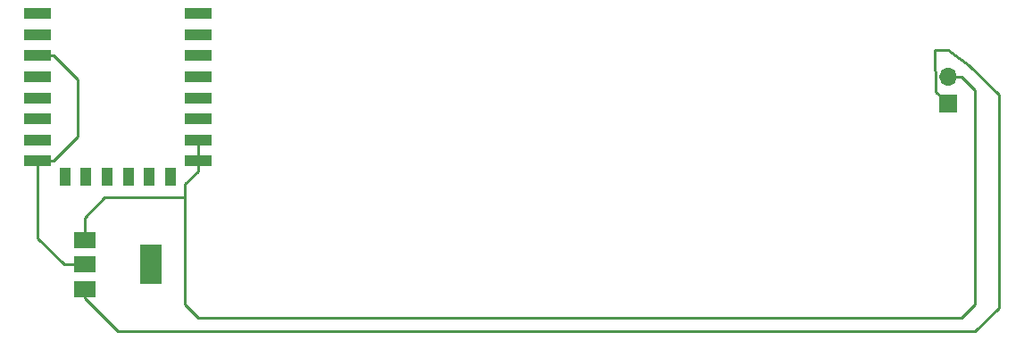
<source format=gbr>
%TF.GenerationSoftware,KiCad,Pcbnew,5.1.6+dfsg1-1*%
%TF.CreationDate,2020-09-16T13:14:45+02:00*%
%TF.ProjectId,esp-wireless-charging,6573702d-7769-4726-956c-6573732d6368,rev?*%
%TF.SameCoordinates,Original*%
%TF.FileFunction,Copper,L1,Top*%
%TF.FilePolarity,Positive*%
%FSLAX46Y46*%
G04 Gerber Fmt 4.6, Leading zero omitted, Abs format (unit mm)*
G04 Created by KiCad (PCBNEW 5.1.6+dfsg1-1) date 2020-09-16 13:14:45*
%MOMM*%
%LPD*%
G01*
G04 APERTURE LIST*
%TA.AperFunction,ComponentPad*%
%ADD10R,1.700000X1.700000*%
%TD*%
%TA.AperFunction,ComponentPad*%
%ADD11O,1.700000X1.700000*%
%TD*%
%TA.AperFunction,SMDPad,CuDef*%
%ADD12R,2.500000X1.000000*%
%TD*%
%TA.AperFunction,SMDPad,CuDef*%
%ADD13R,1.000000X1.800000*%
%TD*%
%TA.AperFunction,SMDPad,CuDef*%
%ADD14R,2.000000X3.800000*%
%TD*%
%TA.AperFunction,SMDPad,CuDef*%
%ADD15R,2.000000X1.500000*%
%TD*%
%TA.AperFunction,Conductor*%
%ADD16C,0.250000*%
%TD*%
G04 APERTURE END LIST*
D10*
%TO.P,J1,1*%
%TO.N,Net-(J1-Pad1)*%
X181610000Y-64770000D03*
D11*
%TO.P,J1,2*%
%TO.N,Net-(J1-Pad2)*%
X181610000Y-62230000D03*
%TD*%
D12*
%TO.P,U1,1*%
%TO.N,Net-(U1-Pad1)*%
X95270000Y-56190000D03*
%TO.P,U1,2*%
%TO.N,Net-(U1-Pad2)*%
X95270000Y-58190000D03*
%TO.P,U1,3*%
%TO.N,Net-(U1-Pad3)*%
X95270000Y-60190000D03*
%TO.P,U1,4*%
%TO.N,Net-(U1-Pad4)*%
X95270000Y-62190000D03*
%TO.P,U1,5*%
%TO.N,Net-(U1-Pad5)*%
X95270000Y-64190000D03*
%TO.P,U1,6*%
%TO.N,Net-(U1-Pad6)*%
X95270000Y-66190000D03*
%TO.P,U1,7*%
%TO.N,Net-(U1-Pad7)*%
X95270000Y-68190000D03*
%TO.P,U1,8*%
%TO.N,Net-(U1-Pad3)*%
X95270000Y-70190000D03*
D13*
%TO.P,U1,9*%
%TO.N,Net-(U1-Pad9)*%
X97870000Y-71690000D03*
%TO.P,U1,10*%
%TO.N,Net-(U1-Pad10)*%
X99870000Y-71690000D03*
%TO.P,U1,11*%
%TO.N,Net-(U1-Pad11)*%
X101870000Y-71690000D03*
%TO.P,U1,12*%
%TO.N,Net-(U1-Pad12)*%
X103870000Y-71690000D03*
%TO.P,U1,13*%
%TO.N,Net-(U1-Pad13)*%
X105870000Y-71690000D03*
%TO.P,U1,14*%
%TO.N,Net-(U1-Pad14)*%
X107870000Y-71690000D03*
D12*
%TO.P,U1,15*%
%TO.N,Net-(J1-Pad2)*%
X110470000Y-70190000D03*
%TO.P,U1,16*%
X110470000Y-68190000D03*
%TO.P,U1,17*%
%TO.N,Net-(U1-Pad17)*%
X110470000Y-66190000D03*
%TO.P,U1,18*%
%TO.N,Net-(U1-Pad18)*%
X110470000Y-64190000D03*
%TO.P,U1,19*%
%TO.N,Net-(U1-Pad19)*%
X110470000Y-62190000D03*
%TO.P,U1,20*%
%TO.N,Net-(U1-Pad20)*%
X110470000Y-60190000D03*
%TO.P,U1,21*%
%TO.N,Net-(U1-Pad21)*%
X110470000Y-58190000D03*
%TO.P,U1,22*%
%TO.N,Net-(U1-Pad22)*%
X110470000Y-56190000D03*
%TD*%
D14*
%TO.P,U2,2*%
%TO.N,Net-(U1-Pad3)*%
X106020000Y-80010000D03*
D15*
X99720000Y-80010000D03*
%TO.P,U2,3*%
%TO.N,Net-(J1-Pad1)*%
X99720000Y-82310000D03*
%TO.P,U2,1*%
%TO.N,Net-(J1-Pad2)*%
X99720000Y-77710000D03*
%TD*%
D16*
%TO.N,Net-(J1-Pad1)*%
X180434999Y-63594999D02*
X181610000Y-64770000D01*
X180340000Y-59690000D02*
X180434999Y-63594999D01*
X181610000Y-59690000D02*
X180340000Y-59690000D01*
X186407990Y-84102010D02*
X186407990Y-63851580D01*
X183611409Y-61054999D02*
X181610000Y-59690000D01*
X186407990Y-63851580D02*
X183611409Y-61054999D01*
X184150000Y-86360000D02*
X186407990Y-84102010D01*
X102870000Y-86360000D02*
X184150000Y-86360000D01*
X99720000Y-83210000D02*
X102870000Y-86360000D01*
X99720000Y-82310000D02*
X99720000Y-83210000D01*
%TO.N,Net-(J1-Pad2)*%
X109220000Y-72390000D02*
X110470000Y-71140000D01*
X110470000Y-71140000D02*
X110470000Y-70190000D01*
X110470000Y-68190000D02*
X110470000Y-70190000D01*
X99720000Y-77710000D02*
X99720000Y-75540000D01*
X99720000Y-75540000D02*
X101600000Y-73660000D01*
X101600000Y-73660000D02*
X109220000Y-73660000D01*
X109220000Y-73660000D02*
X109220000Y-72390000D01*
X109220000Y-83820000D02*
X109220000Y-73660000D01*
X110490000Y-85090000D02*
X109220000Y-83820000D01*
X182880000Y-85090000D02*
X110490000Y-85090000D01*
X184150000Y-83820000D02*
X182880000Y-85090000D01*
X184150000Y-63500000D02*
X184150000Y-83820000D01*
X182880000Y-62230000D02*
X184150000Y-63500000D01*
X181610000Y-62230000D02*
X182880000Y-62230000D01*
%TO.N,Net-(U1-Pad3)*%
X96770000Y-60190000D02*
X99060000Y-62480000D01*
X95270000Y-60190000D02*
X96770000Y-60190000D01*
X99060000Y-67900000D02*
X96770000Y-70190000D01*
X96770000Y-70190000D02*
X95270000Y-70190000D01*
X99060000Y-62480000D02*
X99060000Y-67900000D01*
X99720000Y-80010000D02*
X97790000Y-80010000D01*
X95270000Y-77490000D02*
X95270000Y-70190000D01*
X97790000Y-80010000D02*
X95270000Y-77490000D01*
%TD*%
M02*

</source>
